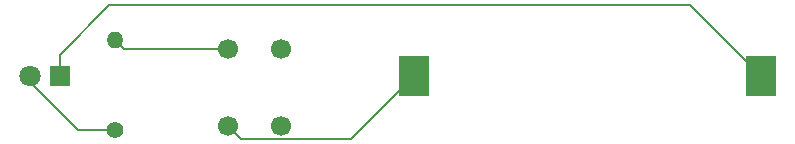
<source format=gbr>
%TF.GenerationSoftware,KiCad,Pcbnew,8.0.1*%
%TF.CreationDate,2024-08-08T16:42:16+02:00*%
%TF.ProjectId,LED torch,4c454420-746f-4726-9368-2e6b69636164,1*%
%TF.SameCoordinates,Original*%
%TF.FileFunction,Copper,L1,Top*%
%TF.FilePolarity,Positive*%
%FSLAX46Y46*%
G04 Gerber Fmt 4.6, Leading zero omitted, Abs format (unit mm)*
G04 Created by KiCad (PCBNEW 8.0.1) date 2024-08-08 16:42:16*
%MOMM*%
%LPD*%
G01*
G04 APERTURE LIST*
%TA.AperFunction,ComponentPad*%
%ADD10C,1.700000*%
%TD*%
%TA.AperFunction,ComponentPad*%
%ADD11O,1.400000X1.400000*%
%TD*%
%TA.AperFunction,ComponentPad*%
%ADD12C,1.400000*%
%TD*%
%TA.AperFunction,ComponentPad*%
%ADD13R,1.800000X1.800000*%
%TD*%
%TA.AperFunction,ComponentPad*%
%ADD14C,1.800000*%
%TD*%
%TA.AperFunction,SMDPad,CuDef*%
%ADD15R,2.540000X3.510000*%
%TD*%
%TA.AperFunction,Conductor*%
%ADD16C,0.200000*%
%TD*%
G04 APERTURE END LIST*
D10*
%TO.P,SW1,4*%
%TO.N,N/C*%
X133000000Y-76750000D03*
%TO.P,SW1,3*%
X133000000Y-70250000D03*
%TO.P,SW1,2,B*%
%TO.N,/BAT_POS*%
X128500000Y-76750000D03*
%TO.P,SW1,1,A*%
%TO.N,Net-(SW2A-A)*%
X128500000Y-70250000D03*
%TD*%
D11*
%TO.P,R1,2*%
%TO.N,Net-(SW2A-A)*%
X119000000Y-69500000D03*
D12*
%TO.P,R1,1*%
%TO.N,/LED_ANODE*%
X119000000Y-77120000D03*
%TD*%
D13*
%TO.P,D1,1,K*%
%TO.N,/LED_CATHODE*%
X114275000Y-72500000D03*
D14*
%TO.P,D1,2,A*%
%TO.N,/LED_ANODE*%
X111735000Y-72500000D03*
%TD*%
D15*
%TO.P,BT1,2,-*%
%TO.N,/LED_CATHODE*%
X173680000Y-72500000D03*
%TO.P,BT1,1,+*%
%TO.N,/BAT_POS*%
X144320000Y-72500000D03*
%TD*%
D16*
%TO.N,/LED_CATHODE*%
X118500000Y-66500000D02*
X167680000Y-66500000D01*
X114275000Y-70725000D02*
X118500000Y-66500000D01*
%TO.N,/BAT_POS*%
X129650000Y-77900000D02*
X138920000Y-77900000D01*
X138920000Y-77900000D02*
X144320000Y-72500000D01*
X128500000Y-76750000D02*
X129650000Y-77900000D01*
%TO.N,/LED_ANODE*%
X115855000Y-77120000D02*
X119000000Y-77120000D01*
X111735000Y-73000000D02*
X115855000Y-77120000D01*
%TO.N,/LED_CATHODE*%
X167680000Y-66500000D02*
X173680000Y-72500000D01*
X114275000Y-73000000D02*
X114275000Y-70725000D01*
%TO.N,Net-(SW2A-A)*%
X119000000Y-69500000D02*
X119750000Y-70250000D01*
X119750000Y-70250000D02*
X128500000Y-70250000D01*
%TD*%
M02*

</source>
